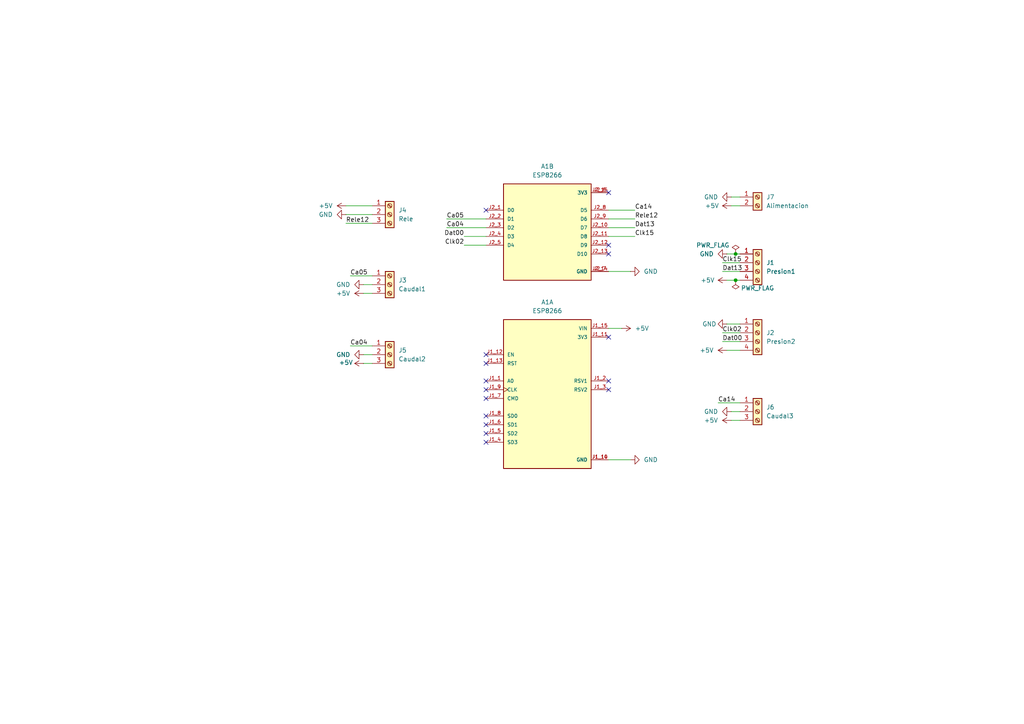
<source format=kicad_sch>
(kicad_sch (version 20250114) (generator "eeschema") (generator_version "9.0")
  (paper "A4")
  (lib_symbols
    (symbol "BORNERAS:Screw_Terminal_01x02" (pin_names (offset 1.016) (hide yes))
      (property "Reference" "J" (at 0 2.54 0))
      (property "Value" "Screw_Terminal_01x02" (at 0 -5.08 0))
      (symbol "Screw_Terminal_01x02_1_1"
        (rectangle (start -1.27 1.27) (end 1.27 -3.81) (stroke (width 0.254)) (fill (type background)))
        (polyline (pts (xy -0.5334 0.3302) (xy 0.3302 -0.508)) (stroke (width 0.1524)))
        (polyline (pts (xy -0.5334 -2.2098) (xy 0.3302 -3.048)) (stroke (width 0.1524)))
        (polyline (pts (xy -0.3556 0.508) (xy 0.508 -0.3302)) (stroke (width 0.1524)))
        (polyline (pts (xy -0.3556 -2.032) (xy 0.508 -2.8702)) (stroke (width 0.1524)))
        (circle (center 0 0) (radius 0.635) (stroke (width 0.1524)))
        (circle (center 0 -2.54) (radius 0.635) (stroke (width 0.1524)))
        (pin passive line (at -5.08 0 0) (length 3.81) (name "Pin_1") (number "1"))
        (pin passive line (at -5.08 -2.54 0) (length 3.81) (name "Pin_2") (number "2"))
      )
    )
    (symbol "BORNERAS:Screw_Terminal_01x03" (pin_names (offset 1.016) (hide yes))
      (property "Reference" "J" (at 0 5.08 0))
      (property "Value" "Screw_Terminal_01x03" (at 0 -5.08 0))
      (symbol "Screw_Terminal_01x03_1_1"
        (rectangle (start -1.27 3.81) (end 1.27 -3.81) (stroke (width 0.254)) (fill (type background)))
        (polyline (pts (xy -0.5334 2.8702) (xy 0.3302 2.032)) (stroke (width 0.1524)))
        (polyline (pts (xy -0.5334 0.3302) (xy 0.3302 -0.508)) (stroke (width 0.1524)))
        (polyline (pts (xy -0.5334 -2.2098) (xy 0.3302 -3.048)) (stroke (width 0.1524)))
        (polyline (pts (xy -0.3556 3.048) (xy 0.508 2.2098)) (stroke (width 0.1524)))
        (polyline (pts (xy -0.3556 0.508) (xy 0.508 -0.3302)) (stroke (width 0.1524)))
        (polyline (pts (xy -0.3556 -2.032) (xy 0.508 -2.8702)) (stroke (width 0.1524)))
        (circle (center 0 2.54) (radius 0.635) (stroke (width 0.1524)))
        (circle (center 0 0) (radius 0.635) (stroke (width 0.1524)))
        (circle (center 0 -2.54) (radius 0.635) (stroke (width 0.1524)))
        (pin passive line (at -5.08 2.54 0) (length 3.81) (name "Pin_1") (number "1"))
        (pin passive line (at -5.08 0 0) (length 3.81) (name "Pin_2") (number "2"))
        (pin passive line (at -5.08 -2.54 0) (length 3.81) (name "Pin_3") (number "3"))
      )
    )
    (symbol "BORNERAS:Screw_Terminal_01x04" (pin_names (offset 1.016) (hide yes))
      (property "Reference" "J" (at 0 5.08 0))
      (property "Value" "Screw_Terminal_01x04" (at 0 -7.62 0))
      (symbol "Screw_Terminal_01x04_1_1"
        (rectangle (start -1.27 3.81) (end 1.27 -6.35) (stroke (width 0.254)) (fill (type background)))
        (polyline (pts (xy -0.5334 2.8702) (xy 0.3302 2.032)) (stroke (width 0.1524)))
        (polyline (pts (xy -0.5334 0.3302) (xy 0.3302 -0.508)) (stroke (width 0.1524)))
        (polyline (pts (xy -0.5334 -2.2098) (xy 0.3302 -3.048)) (stroke (width 0.1524)))
        (polyline (pts (xy -0.5334 -4.7498) (xy 0.3302 -5.588)) (stroke (width 0.1524)))
        (polyline (pts (xy -0.3556 3.048) (xy 0.508 2.2098)) (stroke (width 0.1524)))
        (polyline (pts (xy -0.3556 0.508) (xy 0.508 -0.3302)) (stroke (width 0.1524)))
        (polyline (pts (xy -0.3556 -2.032) (xy 0.508 -2.8702)) (stroke (width 0.1524)))
        (polyline (pts (xy -0.3556 -4.572) (xy 0.508 -5.4102)) (stroke (width 0.1524)))
        (circle (center 0 2.54) (radius 0.635) (stroke (width 0.1524)))
        (circle (center 0 0) (radius 0.635) (stroke (width 0.1524)))
        (circle (center 0 -2.54) (radius 0.635) (stroke (width 0.1524)))
        (circle (center 0 -5.08) (radius 0.635) (stroke (width 0.1524)))
        (pin passive line (at -5.08 2.54 0) (length 3.81) (name "Pin_1") (number "1"))
        (pin passive line (at -5.08 0 0) (length 3.81) (name "Pin_2") (number "2"))
        (pin passive line (at -5.08 -2.54 0) (length 3.81) (name "Pin_3") (number "3"))
        (pin passive line (at -5.08 -5.08 0) (length 3.81) (name "Pin_4") (number "4"))
      )
    )
    (symbol "ESP8266 NodeMCU:113990105" (pin_names (offset 1.016))
      (property "Reference" "A" (at -12.7 21.59 0))
      (property "Value" "113990105" (at -12.7 -24.13 0))
      (symbol "113990105_1_0"
        (rectangle (start -12.7 -22.86) (end 12.7 20.32) (stroke (width 0.254)) (fill (type background)))
        (pin input line (at -17.78 10.16 0) (length 5.08) (name "EN") (number "J1_12"))
        (pin input line (at -17.78 7.62 0) (length 5.08) (name "RST") (number "J1_13"))
        (pin bidirectional line (at -17.78 2.54 0) (length 5.08) (name "A0") (number "J1_1"))
        (pin bidirectional clock (at -17.78 0 0) (length 5.08) (name "CLK") (number "J1_9"))
        (pin bidirectional line (at -17.78 -2.54 0) (length 5.08) (name "CMD") (number "J1_7"))
        (pin bidirectional line (at -17.78 -7.62 0) (length 5.08) (name "SD0") (number "J1_8"))
        (pin bidirectional line (at -17.78 -10.16 0) (length 5.08) (name "SD1") (number "J1_6"))
        (pin bidirectional line (at -17.78 -12.7 0) (length 5.08) (name "SD2") (number "J1_5"))
        (pin bidirectional line (at -17.78 -15.24 0) (length 5.08) (name "SD3") (number "J1_4"))
        (pin power_in line (at 17.78 17.78 180) (length 5.08) (name "VIN") (number "J1_15"))
        (pin power_in line (at 17.78 15.24 180) (length 5.08) (name "3V3") (number "J1_11"))
        (pin bidirectional line (at 17.78 2.54 180) (length 5.08) (name "RSV1") (number "J1_2"))
        (pin bidirectional line (at 17.78 0 180) (length 5.08) (name "RSV2") (number "J1_3"))
        (pin power_in line (at 17.78 -20.32 180) (length 5.08) (name "GND") (number "J1_10"))
        (pin power_in line (at 17.78 -20.32 180) (length 5.08) (name "GND") (number "J1_14"))
      )
      (symbol "113990105_2_0"
        (rectangle (start -12.7 -15.24) (end 12.7 12.7) (stroke (width 0.254)) (fill (type background)))
        (pin bidirectional line (at -17.78 5.08 0) (length 5.08) (name "D0") (number "J2_1"))
        (pin bidirectional line (at -17.78 2.54 0) (length 5.08) (name "D1") (number "J2_2"))
        (pin bidirectional line (at -17.78 0 0) (length 5.08) (name "D2") (number "J2_3"))
        (pin bidirectional line (at -17.78 -2.54 0) (length 5.08) (name "D3") (number "J2_4"))
        (pin bidirectional line (at -17.78 -5.08 0) (length 5.08) (name "D4") (number "J2_5"))
        (pin power_in line (at 17.78 10.16 180) (length 5.08) (name "3V3") (number "J2_15"))
        (pin power_in line (at 17.78 10.16 180) (length 5.08) (name "3V3") (number "J2_6"))
        (pin bidirectional line (at 17.78 5.08 180) (length 5.08) (name "D5") (number "J2_8"))
        (pin bidirectional line (at 17.78 2.54 180) (length 5.08) (name "D6") (number "J2_9"))
        (pin bidirectional line (at 17.78 0 180) (length 5.08) (name "D7") (number "J2_10"))
        (pin bidirectional line (at 17.78 -2.54 180) (length 5.08) (name "D8") (number "J2_11"))
        (pin bidirectional line (at 17.78 -5.08 180) (length 5.08) (name "D9") (number "J2_12"))
        (pin bidirectional line (at 17.78 -7.62 180) (length 5.08) (name "D10") (number "J2_13"))
        (pin power_in line (at 17.78 -12.7 180) (length 5.08) (name "GND") (number "J2_14"))
        (pin power_in line (at 17.78 -12.7 180) (length 5.08) (name "GND") (number "J2_7"))
      )
    )
    (symbol "power:+5V" (power) (pin_numbers (hide yes)) (pin_names (offset 0) (hide yes))
      (property "Value" "+5V" (at 0 3.556 0))
      (symbol "+5V_0_1"
        (polyline (pts (xy -0.762 1.27) (xy 0 2.54)))
        (polyline (pts (xy 0 2.54) (xy 0.762 1.27)))
        (polyline (pts (xy 0 0) (xy 0 2.54)))
      )
      (symbol "+5V_1_1"
        (pin power_in line (at 0 0 90) (length 0) (name "~") (number "1"))
      )
    )
    (symbol "power:GND" (power) (pin_numbers (hide yes)) (pin_names (offset 0) (hide yes))
      (property "Value" "GND" (at 0 -3.81 0))
      (symbol "GND_0_1"
        (polyline (pts (xy 0 0) (xy 0 -1.27) (xy 1.27 -1.27) (xy 0 -2.54) (xy -1.27 -1.27) (xy 0 -1.27)))
      )
      (symbol "GND_1_1"
        (pin power_in line (at 0 0 270) (length 0) (name "~") (number "1"))
      )
    )
    (symbol "power:PWR_FLAG" (power) (pin_numbers (hide yes)) (pin_names (offset 0) (hide yes))
      (property "Value" "PWR_FLAG" (at 0 3.81 0))
      (symbol "PWR_FLAG_0_0"
        (pin power_out line (at 0 0 90) (length 0) (name "~") (number "1"))
      )
      (symbol "PWR_FLAG_0_1"
        (polyline (pts (xy 0 0) (xy 0 1.27) (xy -1.016 1.905) (xy 0 2.54) (xy 1.016 1.905) (xy 0 1.27)))
      )
    )
  )
  (junction (at 213.36 81.28))
  (junction (at 213.36 73.66))
  (no_connect (at 176.53 55.88))
  (no_connect (at 140.97 115.57))
  (no_connect (at 140.97 123.19))
  (no_connect (at 140.97 125.73))
  (no_connect (at 176.53 113.03))
  (no_connect (at 140.97 128.27))
  (no_connect (at 176.53 73.66))
  (no_connect (at 140.97 120.65))
  (no_connect (at 176.53 71.12))
  (no_connect (at 140.97 113.03))
  (no_connect (at 140.97 60.96))
  (no_connect (at 140.97 110.49))
  (no_connect (at 140.97 102.87))
  (no_connect (at 176.53 110.49))
  (no_connect (at 176.53 97.79))
  (no_connect (at 140.97 105.41))
  (wire (pts (xy 209.55 78.74) (xy 214.63 78.74)))
  (wire (pts (xy 208.28 116.84) (xy 214.63 116.84)))
  (wire (pts (xy 101.6 100.33) (xy 107.95 100.33)))
  (wire (pts (xy 176.53 68.58) (xy 184.15 68.58)))
  (wire (pts (xy 210.82 93.98) (xy 214.63 93.98)))
  (wire (pts (xy 140.97 71.12) (xy 134.62 71.12)))
  (wire (pts (xy 209.55 96.52) (xy 214.63 96.52)))
  (wire (pts (xy 105.41 105.41) (xy 107.95 105.41)))
  (wire (pts (xy 105.41 102.87) (xy 107.95 102.87)))
  (wire (pts (xy 129.54 63.5) (xy 140.97 63.5)))
  (wire (pts (xy 140.97 68.58) (xy 134.62 68.58)))
  (wire (pts (xy 105.41 85.09) (xy 107.95 85.09)))
  (wire (pts (xy 176.53 133.35) (xy 182.88 133.35)))
  (wire (pts (xy 209.55 99.06) (xy 214.63 99.06)))
  (wire (pts (xy 212.09 59.69) (xy 214.63 59.69)))
  (wire (pts (xy 129.54 66.04) (xy 140.97 66.04)))
  (wire (pts (xy 176.53 63.5) (xy 184.15 63.5)))
  (wire (pts (xy 212.09 119.38) (xy 214.63 119.38)))
  (wire (pts (xy 210.82 101.6) (xy 214.63 101.6)))
  (wire (pts (xy 100.33 64.77) (xy 107.95 64.77)))
  (wire (pts (xy 100.33 62.23) (xy 107.95 62.23)))
  (wire (pts (xy 100.33 59.69) (xy 107.95 59.69)))
  (wire (pts (xy 212.09 121.92) (xy 214.63 121.92)))
  (wire (pts (xy 212.09 57.15) (xy 214.63 57.15)))
  (wire (pts (xy 176.53 66.04) (xy 184.15 66.04)))
  (wire (pts (xy 101.6 80.01) (xy 107.95 80.01)))
  (wire (pts (xy 213.36 81.28) (xy 214.63 81.28)))
  (wire (pts (xy 180.34 95.25) (xy 176.53 95.25)))
  (wire (pts (xy 105.41 82.55) (xy 107.95 82.55)))
  (wire (pts (xy 210.82 81.28) (xy 213.36 81.28)))
  (wire (pts (xy 213.36 73.66) (xy 214.63 73.66)))
  (wire (pts (xy 210.82 73.66) (xy 213.36 73.66)))
  (wire (pts (xy 176.53 78.74) (xy 182.88 78.74)))
  (wire (pts (xy 209.55 76.2) (xy 214.63 76.2)))
  (wire (pts (xy 176.53 60.96) (xy 184.15 60.96)))
  (label "Ca14" (at 208.28 116.84 0))
  (label "Dat13" (at 209.55 78.74 0))
  (label "Clk15" (at 209.55 76.2 0))
  (label "Dat00" (at 134.62 68.58 180))
  (label "Ca14" (at 184.15 60.96 0))
  (label "Clk02" (at 209.55 96.52 0))
  (label "Dat00" (at 209.55 99.06 0))
  (label "Clk02" (at 134.62 71.12 180))
  (label "Dat13" (at 184.15 66.04 0))
  (label "Ca04" (at 101.6 100.33 0))
  (label "Rele12" (at 100.33 64.77 0))
  (label "Rele12" (at 184.15 63.5 0))
  (label "Ca05" (at 129.54 63.5 0))
  (label "Ca04" (at 129.54 66.04 0))
  (label "Clk15" (at 184.15 68.58 0))
  (label "Ca05" (at 101.6 80.01 0))
  (symbol (lib_id "ESP8266 NodeMCU:113990105") (at 158.75 113.03 0) (unit 1)
    (property "Reference" "A1" (at 158.75 87.63 0))
    (property "Value" "ESP8266" (at 158.75 90.17 0))
    (property "Footprint" "ESP8266 NodeMCU V2:SEEED_113990105" (effects (hide yes)))
    (property "MF" "Seeed Technology" (effects (hide yes)))
    (property "MAXIMUM_PACKAGE_HEIGHT" "N/A" (effects (hide yes)))
    (property "Package" "None" (effects (hide yes)))
    (property "Price" "None" (effects (hide yes)))
    (property "Check_prices" "https://www.snapeda.com/parts/NodeMCU%20v2/Seeed+Studio/view-part/?ref=eda" (effects (hide yes)))
    (property "STANDARD" "Manufacturer Recommendations" (effects (hide yes)))
    (property "PARTREV" "N/A" (effects (hide yes)))
    (property "SnapEDA_Link" "https://www.snapeda.com/parts/NodeMCU%20v2/Seeed+Studio/view-part/?ref=snap" (effects (hide yes)))
    (property "MP" "NodeMCU v2" (effects (hide yes)))
    (property "Description_1" "An open-source firmware and development kit that helps you to Prototype your IOT product within a few Lua script lines" (effects (hide yes)))
    (property "Availability" "Not in stock" (effects (hide yes)))
    (property "MANUFACTURER" "Seeed" (effects (hide yes)))
  )
  (symbol (lib_id "power:PWR_FLAG") (at 213.36 81.28 180) (unit 1)
    (property "Reference" "#FLG0101" (effects (hide yes)))
    (property "Value" "PWR_FLAG" (at 219.71 83.566 0))
    (property "Description" "Special symbol for telling ERC where power comes from" (effects (hide yes)))
  )
  (symbol (lib_id "power:GND") (at 210.82 73.66 270) (unit 1)
    (property "Reference" "#PWR022" (effects (hide yes)))
    (property "Value" "GND" (at 207.01 73.6599 90) (effects (justify right)))
    (property "Description" "Power symbol creates a global label with name \"GND\" , ground" (effects (hide yes)))
  )
  (symbol (lib_id "power:+5V") (at 180.34 95.25 270) (unit 1)
    (property "Reference" "#PWR03" (effects (hide yes)))
    (property "Value" "+5V" (at 184.15 95.2501 90) (effects (justify left)))
    (property "Description" "Power symbol creates a global label with name \"+5V\"" (effects (hide yes)))
  )
  (symbol (lib_id "BORNERAS:Screw_Terminal_01x04") (at 219.71 76.2 0) (unit 1)
    (property "Reference" "J1" (at 222.25 76.1999 0) (effects (justify left)))
    (property "Value" "Presion1" (at 222.25 78.7399 0) (effects (justify left)))
    (property "Footprint" "TerminalBlock:TerminalBlock_bornier-4_P5.08mm" (effects (hide yes)))
    (property "Description" "Generic screw terminal, single row, 01x04, script generated (kicad-library-utils/schlib/autogen/connector/)" (effects (hide yes)))
  )
  (symbol (lib_id "power:PWR_FLAG") (at 213.36 73.66 0) (unit 1)
    (property "Reference" "#FLG03" (effects (hide yes)))
    (property "Value" "PWR_FLAG" (at 206.756 71.12 0))
    (property "Description" "Special symbol for telling ERC where power comes from" (effects (hide yes)))
  )
  (symbol (lib_id "BORNERAS:Screw_Terminal_01x04") (at 219.71 96.52 0) (unit 1)
    (property "Reference" "J2" (at 222.25 96.5199 0) (effects (justify left)))
    (property "Value" "Presion2" (at 222.25 99.0599 0) (effects (justify left)))
    (property "Footprint" "TerminalBlock:TerminalBlock_bornier-4_P5.08mm" (effects (hide yes)))
    (property "Description" "Generic screw terminal, single row, 01x04, script generated (kicad-library-utils/schlib/autogen/connector/)" (effects (hide yes)))
  )
  (symbol (lib_id "power:+5V") (at 210.82 101.6 90) (unit 1)
    (property "Reference" "#PWR025" (effects (hide yes)))
    (property "Value" "+5V" (at 207.01 101.5999 90) (effects (justify left)))
    (property "Description" "Power symbol creates a global label with name \"+5V\"" (effects (hide yes)))
  )
  (symbol (lib_id "power:+5V") (at 212.09 121.92 90) (unit 1)
    (property "Reference" "#PWR032" (effects (hide yes)))
    (property "Value" "+5V" (at 208.28 121.9199 90) (effects (justify left)))
    (property "Description" "Power symbol creates a global label with name \"+5V\"" (effects (hide yes)))
  )
  (symbol (lib_id "BORNERAS:Screw_Terminal_01x03") (at 219.71 119.38 0) (unit 1)
    (property "Reference" "J6" (at 222.25 118.1099 0) (effects (justify left)))
    (property "Value" "Caudal3" (at 222.25 120.6499 0) (effects (justify left)))
    (property "Footprint" "TerminalBlock:TerminalBlock_bornier-3_P5.08mm" (effects (hide yes)))
    (property "Description" "Generic screw terminal, single row, 01x03, script generated (kicad-library-utils/schlib/autogen/connector/)" (effects (hide yes)))
  )
  (symbol (lib_id "power:+5V") (at 100.33 59.69 90) (unit 1)
    (property "Reference" "#PWR019" (effects (hide yes)))
    (property "Value" "+5V" (at 96.52 59.6899 90) (effects (justify left)))
    (property "Description" "Power symbol creates a global label with name \"+5V\"" (effects (hide yes)))
  )
  (symbol (lib_id "BORNERAS:Screw_Terminal_01x02") (at 219.71 57.15 0) (unit 1)
    (property "Reference" "J7" (at 222.25 57.1499 0) (effects (justify left)))
    (property "Value" "Alimentacion" (at 222.25 59.6899 0) (effects (justify left)))
    (property "Footprint" "TerminalBlock:TerminalBlock_bornier-2_P5.08mm" (effects (hide yes)))
    (property "Description" "Generic screw terminal, single row, 01x02, script generated (kicad-library-utils/schlib/autogen/connector/)" (effects (hide yes)))
  )
  (symbol (lib_id "BORNERAS:Screw_Terminal_01x03") (at 113.03 62.23 0) (unit 1)
    (property "Reference" "J4" (at 115.57 60.9599 0) (effects (justify left)))
    (property "Value" "Rele" (at 115.57 63.4999 0) (effects (justify left)))
    (property "Footprint" "TerminalBlock:TerminalBlock_bornier-3_P5.08mm" (effects (hide yes)))
    (property "Description" "Generic screw terminal, single row, 01x03, script generated (kicad-library-utils/schlib/autogen/connector/)" (effects (hide yes)))
  )
  (symbol (lib_id "power:GND") (at 105.41 102.87 270) (unit 1)
    (property "Reference" "#PWR029" (effects (hide yes)))
    (property "Value" "GND" (at 101.6 102.8699 90) (effects (justify right)))
    (property "Description" "Power symbol creates a global label with name \"GND\" , ground" (effects (hide yes)))
  )
  (symbol (lib_id "power:GND") (at 210.82 93.98 270) (unit 1)
    (property "Reference" "#PWR026" (effects (hide yes)))
    (property "Value" "GND" (at 205.74 93.98 90))
    (property "Description" "Power symbol creates a global label with name \"GND\" , ground" (effects (hide yes)))
  )
  (symbol (lib_id "power:GND") (at 212.09 57.15 270) (unit 1)
    (property "Reference" "#PWR023" (effects (hide yes)))
    (property "Value" "GND" (at 208.28 57.1499 90) (effects (justify right)))
    (property "Description" "Power symbol creates a global label with name \"GND\" , ground" (effects (hide yes)))
  )
  (symbol (lib_id "power:GND") (at 182.88 78.74 90) (unit 1)
    (property "Reference" "#PWR04" (effects (hide yes)))
    (property "Value" "GND" (at 186.69 78.7399 90) (effects (justify right)))
    (property "Description" "Power symbol creates a global label with name \"GND\" , ground" (effects (hide yes)))
  )
  (symbol (lib_id "power:GND") (at 212.09 119.38 270) (unit 1)
    (property "Reference" "#PWR031" (effects (hide yes)))
    (property "Value" "GND" (at 208.28 119.3799 90) (effects (justify right)))
    (property "Description" "Power symbol creates a global label with name \"GND\" , ground" (effects (hide yes)))
  )
  (symbol (lib_id "ESP8266 NodeMCU:113990105") (at 158.75 66.04 0) (unit 2)
    (property "Reference" "A1" (at 158.75 48.26 0))
    (property "Value" "ESP8266" (at 158.75 50.8 0))
    (property "Footprint" "ESP8266 NodeMCU V2:SEEED_113990105" (effects (hide yes)))
    (property "MF" "Seeed Technology" (effects (hide yes)))
    (property "MAXIMUM_PACKAGE_HEIGHT" "N/A" (effects (hide yes)))
    (property "Package" "None" (effects (hide yes)))
    (property "Price" "None" (effects (hide yes)))
    (property "Check_prices" "https://www.snapeda.com/parts/NodeMCU%20v2/Seeed+Studio/view-part/?ref=eda" (effects (hide yes)))
    (property "STANDARD" "Manufacturer Recommendations" (effects (hide yes)))
    (property "PARTREV" "N/A" (effects (hide yes)))
    (property "SnapEDA_Link" "https://www.snapeda.com/parts/NodeMCU%20v2/Seeed+Studio/view-part/?ref=snap" (effects (hide yes)))
    (property "MP" "NodeMCU v2" (effects (hide yes)))
    (property "Description_1" "An open-source firmware and development kit that helps you to Prototype your IOT product within a few Lua script lines" (effects (hide yes)))
    (property "Availability" "Not in stock" (effects (hide yes)))
    (property "MANUFACTURER" "Seeed" (effects (hide yes)))
  )
  (symbol (lib_id "power:+5V") (at 212.09 59.69 90) (unit 1)
    (property "Reference" "#PWR01" (effects (hide yes)))
    (property "Value" "+5V" (at 206.502 59.69 90))
    (property "Description" "Power symbol creates a global label with name \"+5V\"" (effects (hide yes)))
  )
  (symbol (lib_id "power:+5V") (at 105.41 105.41 90) (unit 1)
    (property "Reference" "#PWR030" (effects (hide yes)))
    (property "Value" "+5V" (at 100.33 105.156 90))
    (property "Description" "Power symbol creates a global label with name \"+5V\"" (effects (hide yes)))
  )
  (symbol (lib_id "power:GND") (at 105.41 82.55 270) (unit 1)
    (property "Reference" "#PWR027" (effects (hide yes)))
    (property "Value" "GND" (at 101.6 82.5499 90) (effects (justify right)))
    (property "Description" "Power symbol creates a global label with name \"GND\" , ground" (effects (hide yes)))
  )
  (symbol (lib_id "power:GND") (at 182.88 133.35 90) (unit 1)
    (property "Reference" "#PWR02" (effects (hide yes)))
    (property "Value" "GND" (at 186.69 133.3499 90) (effects (justify right)))
    (property "Description" "Power symbol creates a global label with name \"GND\" , ground" (effects (hide yes)))
  )
  (symbol (lib_id "power:+5V") (at 105.41 85.09 90) (unit 1)
    (property "Reference" "#PWR028" (effects (hide yes)))
    (property "Value" "+5V" (at 101.6 85.0899 90) (effects (justify left)))
    (property "Description" "Power symbol creates a global label with name \"+5V\"" (effects (hide yes)))
  )
  (symbol (lib_id "power:GND") (at 100.33 62.23 270) (unit 1)
    (property "Reference" "#PWR020" (effects (hide yes)))
    (property "Value" "GND" (at 96.52 62.2299 90) (effects (justify right)))
    (property "Description" "Power symbol creates a global label with name \"GND\" , ground" (effects (hide yes)))
  )
  (symbol (lib_id "BORNERAS:Screw_Terminal_01x03") (at 113.03 82.55 0) (unit 1)
    (property "Reference" "J3" (at 115.57 81.2799 0) (effects (justify left)))
    (property "Value" "Caudal1" (at 115.57 83.8199 0) (effects (justify left)))
    (property "Footprint" "TerminalBlock:TerminalBlock_bornier-3_P5.08mm" (effects (hide yes)))
    (property "Description" "Generic screw terminal, single row, 01x03, script generated (kicad-library-utils/schlib/autogen/connector/)" (effects (hide yes)))
  )
  (symbol (lib_id "BORNERAS:Screw_Terminal_01x03") (at 113.03 102.87 0) (unit 1)
    (property "Reference" "J5" (at 115.57 101.5999 0) (effects (justify left)))
    (property "Value" "Caudal2" (at 115.57 104.1399 0) (effects (justify left)))
    (property "Footprint" "TerminalBlock:TerminalBlock_bornier-3_P5.08mm" (effects (hide yes)))
    (property "Description" "Generic screw terminal, single row, 01x03, script generated (kicad-library-utils/schlib/autogen/connector/)" (effects (hide yes)))
  )
  (symbol (lib_id "power:+5V") (at 210.82 81.28 90) (unit 1)
    (property "Reference" "#PWR021" (effects (hide yes)))
    (property "Value" "+5V" (at 205.232 81.28 90))
    (property "Description" "Power symbol creates a global label with name \"+5V\"" (effects (hide yes)))
  )
)
</source>
